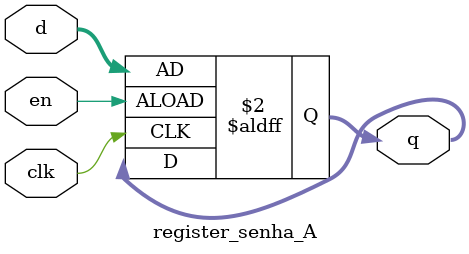
<source format=sv>
module register_senha_A (
	input logic clk,
	input logic en,
	input logic [3:0] d,
	output logic [3:0] q
);

	always_ff@(posedge clk, posedge en) begin
		if (en) begin
			q <= d;
		end
	end
		
endmodule


</source>
